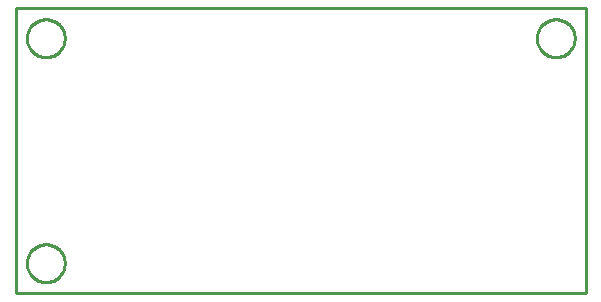
<source format=gbr>
G04 EAGLE Gerber RS-274X export*
G75*
%MOMM*%
%FSLAX34Y34*%
%LPD*%
%IN*%
%IPPOS*%
%AMOC8*
5,1,8,0,0,1.08239X$1,22.5*%
G01*
%ADD10C,0.254000*%


D10*
X12700Y12700D02*
X495300Y12700D01*
X495300Y254000D01*
X12700Y254000D01*
X12700Y12700D01*
X54100Y37576D02*
X54032Y36531D01*
X53895Y35492D01*
X53690Y34465D01*
X53419Y33453D01*
X53083Y32461D01*
X52682Y31493D01*
X52218Y30554D01*
X51695Y29646D01*
X51113Y28775D01*
X50475Y27944D01*
X49784Y27157D01*
X49043Y26416D01*
X48256Y25725D01*
X47425Y25088D01*
X46554Y24506D01*
X45646Y23982D01*
X44707Y23518D01*
X43739Y23117D01*
X42747Y22781D01*
X41735Y22510D01*
X40708Y22305D01*
X39669Y22169D01*
X38624Y22100D01*
X37576Y22100D01*
X36531Y22169D01*
X35492Y22305D01*
X34465Y22510D01*
X33453Y22781D01*
X32461Y23117D01*
X31493Y23518D01*
X30554Y23982D01*
X29646Y24506D01*
X28775Y25088D01*
X27944Y25725D01*
X27157Y26416D01*
X26416Y27157D01*
X25725Y27944D01*
X25088Y28775D01*
X24506Y29646D01*
X23982Y30554D01*
X23518Y31493D01*
X23117Y32461D01*
X22781Y33453D01*
X22510Y34465D01*
X22305Y35492D01*
X22169Y36531D01*
X22100Y37576D01*
X22100Y38624D01*
X22169Y39669D01*
X22305Y40708D01*
X22510Y41735D01*
X22781Y42747D01*
X23117Y43739D01*
X23518Y44707D01*
X23982Y45646D01*
X24506Y46554D01*
X25088Y47425D01*
X25725Y48256D01*
X26416Y49043D01*
X27157Y49784D01*
X27944Y50475D01*
X28775Y51113D01*
X29646Y51695D01*
X30554Y52218D01*
X31493Y52682D01*
X32461Y53083D01*
X33453Y53419D01*
X34465Y53690D01*
X35492Y53895D01*
X36531Y54032D01*
X37576Y54100D01*
X38624Y54100D01*
X39669Y54032D01*
X40708Y53895D01*
X41735Y53690D01*
X42747Y53419D01*
X43739Y53083D01*
X44707Y52682D01*
X45646Y52218D01*
X46554Y51695D01*
X47425Y51113D01*
X48256Y50475D01*
X49043Y49784D01*
X49784Y49043D01*
X50475Y48256D01*
X51113Y47425D01*
X51695Y46554D01*
X52218Y45646D01*
X52682Y44707D01*
X53083Y43739D01*
X53419Y42747D01*
X53690Y41735D01*
X53895Y40708D01*
X54032Y39669D01*
X54100Y38624D01*
X54100Y37576D01*
X54100Y228076D02*
X54032Y227031D01*
X53895Y225992D01*
X53690Y224965D01*
X53419Y223953D01*
X53083Y222961D01*
X52682Y221993D01*
X52218Y221054D01*
X51695Y220146D01*
X51113Y219275D01*
X50475Y218444D01*
X49784Y217657D01*
X49043Y216916D01*
X48256Y216225D01*
X47425Y215588D01*
X46554Y215006D01*
X45646Y214482D01*
X44707Y214018D01*
X43739Y213617D01*
X42747Y213281D01*
X41735Y213010D01*
X40708Y212805D01*
X39669Y212669D01*
X38624Y212600D01*
X37576Y212600D01*
X36531Y212669D01*
X35492Y212805D01*
X34465Y213010D01*
X33453Y213281D01*
X32461Y213617D01*
X31493Y214018D01*
X30554Y214482D01*
X29646Y215006D01*
X28775Y215588D01*
X27944Y216225D01*
X27157Y216916D01*
X26416Y217657D01*
X25725Y218444D01*
X25088Y219275D01*
X24506Y220146D01*
X23982Y221054D01*
X23518Y221993D01*
X23117Y222961D01*
X22781Y223953D01*
X22510Y224965D01*
X22305Y225992D01*
X22169Y227031D01*
X22100Y228076D01*
X22100Y229124D01*
X22169Y230169D01*
X22305Y231208D01*
X22510Y232235D01*
X22781Y233247D01*
X23117Y234239D01*
X23518Y235207D01*
X23982Y236146D01*
X24506Y237054D01*
X25088Y237925D01*
X25725Y238756D01*
X26416Y239543D01*
X27157Y240284D01*
X27944Y240975D01*
X28775Y241613D01*
X29646Y242195D01*
X30554Y242718D01*
X31493Y243182D01*
X32461Y243583D01*
X33453Y243919D01*
X34465Y244190D01*
X35492Y244395D01*
X36531Y244532D01*
X37576Y244600D01*
X38624Y244600D01*
X39669Y244532D01*
X40708Y244395D01*
X41735Y244190D01*
X42747Y243919D01*
X43739Y243583D01*
X44707Y243182D01*
X45646Y242718D01*
X46554Y242195D01*
X47425Y241613D01*
X48256Y240975D01*
X49043Y240284D01*
X49784Y239543D01*
X50475Y238756D01*
X51113Y237925D01*
X51695Y237054D01*
X52218Y236146D01*
X52682Y235207D01*
X53083Y234239D01*
X53419Y233247D01*
X53690Y232235D01*
X53895Y231208D01*
X54032Y230169D01*
X54100Y229124D01*
X54100Y228076D01*
X485900Y228076D02*
X485832Y227031D01*
X485695Y225992D01*
X485490Y224965D01*
X485219Y223953D01*
X484883Y222961D01*
X484482Y221993D01*
X484018Y221054D01*
X483495Y220146D01*
X482913Y219275D01*
X482275Y218444D01*
X481584Y217657D01*
X480843Y216916D01*
X480056Y216225D01*
X479225Y215588D01*
X478354Y215006D01*
X477446Y214482D01*
X476507Y214018D01*
X475539Y213617D01*
X474547Y213281D01*
X473535Y213010D01*
X472508Y212805D01*
X471469Y212669D01*
X470424Y212600D01*
X469376Y212600D01*
X468331Y212669D01*
X467292Y212805D01*
X466265Y213010D01*
X465253Y213281D01*
X464261Y213617D01*
X463293Y214018D01*
X462354Y214482D01*
X461446Y215006D01*
X460575Y215588D01*
X459744Y216225D01*
X458957Y216916D01*
X458216Y217657D01*
X457525Y218444D01*
X456888Y219275D01*
X456306Y220146D01*
X455782Y221054D01*
X455318Y221993D01*
X454917Y222961D01*
X454581Y223953D01*
X454310Y224965D01*
X454105Y225992D01*
X453969Y227031D01*
X453900Y228076D01*
X453900Y229124D01*
X453969Y230169D01*
X454105Y231208D01*
X454310Y232235D01*
X454581Y233247D01*
X454917Y234239D01*
X455318Y235207D01*
X455782Y236146D01*
X456306Y237054D01*
X456888Y237925D01*
X457525Y238756D01*
X458216Y239543D01*
X458957Y240284D01*
X459744Y240975D01*
X460575Y241613D01*
X461446Y242195D01*
X462354Y242718D01*
X463293Y243182D01*
X464261Y243583D01*
X465253Y243919D01*
X466265Y244190D01*
X467292Y244395D01*
X468331Y244532D01*
X469376Y244600D01*
X470424Y244600D01*
X471469Y244532D01*
X472508Y244395D01*
X473535Y244190D01*
X474547Y243919D01*
X475539Y243583D01*
X476507Y243182D01*
X477446Y242718D01*
X478354Y242195D01*
X479225Y241613D01*
X480056Y240975D01*
X480843Y240284D01*
X481584Y239543D01*
X482275Y238756D01*
X482913Y237925D01*
X483495Y237054D01*
X484018Y236146D01*
X484482Y235207D01*
X484883Y234239D01*
X485219Y233247D01*
X485490Y232235D01*
X485695Y231208D01*
X485832Y230169D01*
X485900Y229124D01*
X485900Y228076D01*
M02*

</source>
